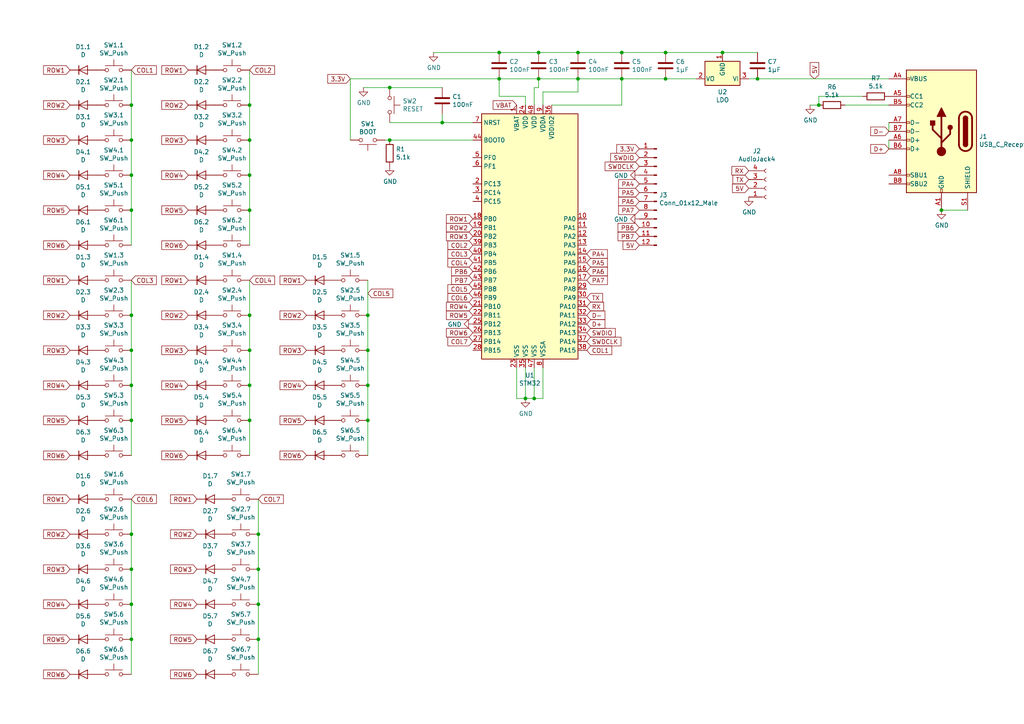
<source format=kicad_sch>
(kicad_sch (version 20211123) (generator eeschema)
  (paper "A4")
  (lib_symbols
    (symbol "left-rescue:1N4148WS-Diode" (pin_numbers hide) (pin_names (offset 1.016) hide)
      (property "Reference" "D" (at 0 2.54 0))
      (property "Value" "1N4148WS-Diode" (at 0 -2.54 0))
      (symbol "1N4148WS-Diode_1_1"
        (pin passive line (at -3.81 0 0) (length 2.54) (name "K") (number "1"))
        (pin passive line (at 3.81 0 180) (length 2.54) (name "A") (number "2"))
      )
    )
    (symbol "left-rescue:C-Device" (pin_numbers hide) (pin_names (offset 0.254))
      (property "Reference" "C" (at 0.635 2.54 0))
      (property "Value" "C-Device" (at 0.635 -2.54 0))
      (symbol "C-Device_1_1"
        (pin passive line (at 0 3.81 270) (length 2.794) (name "~") (number "1"))
        (pin passive line (at 0 -3.81 90) (length 2.794) (name "~") (number "2"))
      )
    )
    (symbol "left-rescue:Conn_01x04_Female-Connector" (pin_names (offset 1.016) hide)
      (property "Reference" "J" (at 0 5.08 0))
      (property "Value" "Conn_01x04_Female-Connector" (at 0 -7.62 0))
      (symbol "Conn_01x04_Female-Connector_1_1"
        (pin passive line (at -5.08 2.54 0) (length 3.81) (name "Pin_1") (number "1"))
        (pin passive line (at -5.08 0 0) (length 3.81) (name "Pin_2") (number "2"))
        (pin passive line (at -5.08 -2.54 0) (length 3.81) (name "Pin_3") (number "3"))
        (pin passive line (at -5.08 -5.08 0) (length 3.81) (name "Pin_4") (number "4"))
      )
    )
    (symbol "left-rescue:Conn_01x12_Male-Connector" (pin_names (offset 1.016) hide)
      (property "Reference" "J" (at 0 15.24 0))
      (property "Value" "Conn_01x12_Male-Connector" (at 0 -17.78 0))
      (symbol "Conn_01x12_Male-Connector_1_1"
        (pin passive line (at 5.08 12.7 180) (length 3.81) (name "Pin_1") (number "1"))
        (pin passive line (at 5.08 -10.16 180) (length 3.81) (name "Pin_10") (number "10"))
        (pin passive line (at 5.08 -12.7 180) (length 3.81) (name "Pin_11") (number "11"))
        (pin passive line (at 5.08 -15.24 180) (length 3.81) (name "Pin_12") (number "12"))
        (pin passive line (at 5.08 10.16 180) (length 3.81) (name "Pin_2") (number "2"))
        (pin passive line (at 5.08 7.62 180) (length 3.81) (name "Pin_3") (number "3"))
        (pin passive line (at 5.08 5.08 180) (length 3.81) (name "Pin_4") (number "4"))
        (pin passive line (at 5.08 2.54 180) (length 3.81) (name "Pin_5") (number "5"))
        (pin passive line (at 5.08 0 180) (length 3.81) (name "Pin_6") (number "6"))
        (pin passive line (at 5.08 -2.54 180) (length 3.81) (name "Pin_7") (number "7"))
        (pin passive line (at 5.08 -5.08 180) (length 3.81) (name "Pin_8") (number "8"))
        (pin passive line (at 5.08 -7.62 180) (length 3.81) (name "Pin_9") (number "9"))
      )
    )
    (symbol "left-rescue:GND-power" (power) (pin_names (offset 0))
      (property "Value" "GND-power" (at 0 -3.81 0))
      (symbol "GND-power_1_1"
        (pin power_in line (at 0 0 270) (length 0) hide (name "GND") (number "1"))
      )
    )
    (symbol "left-rescue:MCP1703A-3302_SOT23-Regulator_Linear" (pin_names (offset 0.254))
      (property "Reference" "U" (at -3.81 3.175 0))
      (property "Value" "MCP1703A-3302_SOT23-Regulator_Linear" (at 0 3.175 0))
      (symbol "MCP1703A-3302_SOT23-Regulator_Linear_1_1"
        (pin power_in line (at 0 -7.62 90) (length 2.54) (name "GND") (number "1"))
        (pin power_out line (at 7.62 0 180) (length 2.54) (name "VO") (number "2"))
        (pin power_in line (at -7.62 0 0) (length 2.54) (name "VI") (number "3"))
      )
    )
    (symbol "left-rescue:R-Device" (pin_numbers hide) (pin_names (offset 0))
      (property "Reference" "R" (at 2.032 0 90))
      (property "Value" "R-Device" (at 0 0 90))
      (symbol "R-Device_1_1"
        (pin passive line (at 0 3.81 270) (length 1.27) (name "~") (number "1"))
        (pin passive line (at 0 -3.81 90) (length 1.27) (name "~") (number "2"))
      )
    )
    (symbol "left-rescue:STM32F072CBTx-MCU_ST_STM32F0"
      (property "Reference" "U" (at -15.24 36.83 0))
      (property "Value" "STM32F072CBTx-MCU_ST_STM32F0" (at 7.62 36.83 0))
      (symbol "STM32F072CBTx-MCU_ST_STM32F0_1_1"
        (pin power_in line (at -5.08 38.1 270) (length 2.54) (name "VBAT") (number "1"))
        (pin bidirectional line (at 15.24 5.08 180) (length 2.54) (name "PA0") (number "10"))
        (pin bidirectional line (at 15.24 2.54 180) (length 2.54) (name "PA1") (number "11"))
        (pin bidirectional line (at 15.24 0 180) (length 2.54) (name "PA2") (number "12"))
        (pin bidirectional line (at 15.24 -2.54 180) (length 2.54) (name "PA3") (number "13"))
        (pin bidirectional line (at 15.24 -5.08 180) (length 2.54) (name "PA4") (number "14"))
        (pin bidirectional line (at 15.24 -7.62 180) (length 2.54) (name "PA5") (number "15"))
        (pin bidirectional line (at 15.24 -10.16 180) (length 2.54) (name "PA6") (number "16"))
        (pin bidirectional line (at 15.24 -12.7 180) (length 2.54) (name "PA7") (number "17"))
        (pin bidirectional line (at -17.78 5.08 0) (length 2.54) (name "PB0") (number "18"))
        (pin bidirectional line (at -17.78 2.54 0) (length 2.54) (name "PB1") (number "19"))
        (pin bidirectional line (at -17.78 15.24 0) (length 2.54) (name "PC13") (number "2"))
        (pin bidirectional line (at -17.78 0 0) (length 2.54) (name "PB2") (number "20"))
        (pin bidirectional line (at -17.78 -20.32 0) (length 2.54) (name "PB10") (number "21"))
        (pin bidirectional line (at -17.78 -22.86 0) (length 2.54) (name "PB11") (number "22"))
        (pin power_in line (at -5.08 -38.1 90) (length 2.54) (name "VSS") (number "23"))
        (pin power_in line (at -2.54 38.1 270) (length 2.54) (name "VDD") (number "24"))
        (pin bidirectional line (at -17.78 -25.4 0) (length 2.54) (name "PB12") (number "25"))
        (pin bidirectional line (at -17.78 -27.94 0) (length 2.54) (name "PB13") (number "26"))
        (pin bidirectional line (at -17.78 -30.48 0) (length 2.54) (name "PB14") (number "27"))
        (pin bidirectional line (at -17.78 -33.02 0) (length 2.54) (name "PB15") (number "28"))
        (pin bidirectional line (at 15.24 -15.24 180) (length 2.54) (name "PA8") (number "29"))
        (pin bidirectional line (at -17.78 12.7 0) (length 2.54) (name "PC14") (number "3"))
        (pin bidirectional line (at 15.24 -17.78 180) (length 2.54) (name "PA9") (number "30"))
        (pin bidirectional line (at 15.24 -20.32 180) (length 2.54) (name "PA10") (number "31"))
        (pin bidirectional line (at 15.24 -22.86 180) (length 2.54) (name "PA11") (number "32"))
        (pin bidirectional line (at 15.24 -25.4 180) (length 2.54) (name "PA12") (number "33"))
        (pin bidirectional line (at 15.24 -27.94 180) (length 2.54) (name "PA13") (number "34"))
        (pin power_in line (at -2.54 -38.1 90) (length 2.54) (name "VSS") (number "35"))
        (pin power_in line (at 5.08 38.1 270) (length 2.54) (name "VDDIO2") (number "36"))
        (pin bidirectional line (at 15.24 -30.48 180) (length 2.54) (name "PA14") (number "37"))
        (pin bidirectional line (at 15.24 -33.02 180) (length 2.54) (name "PA15") (number "38"))
        (pin bidirectional line (at -17.78 -2.54 0) (length 2.54) (name "PB3") (number "39"))
        (pin bidirectional line (at -17.78 10.16 0) (length 2.54) (name "PC15") (number "4"))
        (pin bidirectional line (at -17.78 -5.08 0) (length 2.54) (name "PB4") (number "40"))
        (pin bidirectional line (at -17.78 -7.62 0) (length 2.54) (name "PB5") (number "41"))
        (pin bidirectional line (at -17.78 -10.16 0) (length 2.54) (name "PB6") (number "42"))
        (pin bidirectional line (at -17.78 -12.7 0) (length 2.54) (name "PB7") (number "43"))
        (pin input line (at -17.78 27.94 0) (length 2.54) (name "BOOT0") (number "44"))
        (pin bidirectional line (at -17.78 -15.24 0) (length 2.54) (name "PB8") (number "45"))
        (pin bidirectional line (at -17.78 -17.78 0) (length 2.54) (name "PB9") (number "46"))
        (pin power_in line (at 0 -38.1 90) (length 2.54) (name "VSS") (number "47"))
        (pin power_in line (at 0 38.1 270) (length 2.54) (name "VDD") (number "48"))
        (pin input line (at -17.78 22.86 0) (length 2.54) (name "PF0") (number "5"))
        (pin input line (at -17.78 20.32 0) (length 2.54) (name "PF1") (number "6"))
        (pin input line (at -17.78 33.02 0) (length 2.54) (name "NRST") (number "7"))
        (pin power_in line (at 2.54 -38.1 90) (length 2.54) (name "VSSA") (number "8"))
        (pin power_in line (at 2.54 38.1 270) (length 2.54) (name "VDDA") (number "9"))
      )
    )
    (symbol "left-rescue:SW_Push-Switch" (pin_numbers hide) (pin_names (offset 1.016) hide)
      (property "Reference" "SW" (at 1.27 2.54 0))
      (property "Value" "SW_Push-Switch" (at 0 -1.524 0))
      (symbol "SW_Push-Switch_0_1"
        (pin passive line (at -5.08 0 0) (length 2.54) (name "1") (number "1"))
        (pin passive line (at 5.08 0 180) (length 2.54) (name "2") (number "2"))
      )
    )
    (symbol "left-rescue:USB_C_Receptacle_USB2.0-Connector" (pin_names (offset 1.016))
      (property "Reference" "J" (at -10.16 19.05 0))
      (property "Value" "USB_C_Receptacle_USB2.0-Connector" (at 19.05 19.05 0))
      (symbol "USB_C_Receptacle_USB2.0-Connector_1_1"
        (pin power_in line (at 0 -22.86 90) (length 5.08) (name "GND") (number "A1"))
        (pin passive line (at 0 -22.86 90) (length 5.08) hide (name "GND") (number "A12"))
        (pin power_in line (at 15.24 15.24 180) (length 5.08) (name "VBUS") (number "A4"))
        (pin bidirectional line (at 15.24 10.16 180) (length 5.08) (name "CC1") (number "A5"))
        (pin bidirectional line (at 15.24 -2.54 180) (length 5.08) (name "D+") (number "A6"))
        (pin bidirectional line (at 15.24 2.54 180) (length 5.08) (name "D-") (number "A7"))
        (pin bidirectional line (at 15.24 -12.7 180) (length 5.08) (name "SBU1") (number "A8"))
        (pin passive line (at 15.24 15.24 180) (length 5.08) hide (name "VBUS") (number "A9"))
        (pin passive line (at 0 -22.86 90) (length 5.08) hide (name "GND") (number "B1"))
        (pin passive line (at 0 -22.86 90) (length 5.08) hide (name "GND") (number "B12"))
        (pin passive line (at 15.24 15.24 180) (length 5.08) hide (name "VBUS") (number "B4"))
        (pin bidirectional line (at 15.24 7.62 180) (length 5.08) (name "CC2") (number "B5"))
        (pin bidirectional line (at 15.24 -5.08 180) (length 5.08) (name "D+") (number "B6"))
        (pin bidirectional line (at 15.24 0 180) (length 5.08) (name "D-") (number "B7"))
        (pin bidirectional line (at 15.24 -15.24 180) (length 5.08) (name "SBU2") (number "B8"))
        (pin passive line (at 15.24 15.24 180) (length 5.08) hide (name "VBUS") (number "B9"))
        (pin passive line (at -7.62 -22.86 90) (length 5.08) (name "SHIELD") (number "S1"))
      )
    )
  )
  (junction (at 38.1 91.44))
  (junction (at 106.68 91.44))
  (junction (at 72.39 111.76))
  (junction (at 167.64 15.24) (diameter 0.9144))
  (junction (at 156.21 22.86) (diameter 0.9144))
  (junction (at 209.55 15.24) (diameter 0.9144))
  (junction (at 38.1 30.48) (diameter 0.9144))
  (junction (at 156.21 15.24) (diameter 0.9144))
  (junction (at 74.93 165.1))
  (junction (at 144.78 15.24) (diameter 0.9144))
  (junction (at 144.78 22.86) (diameter 0.9144))
  (junction (at 180.34 15.24) (diameter 0.9144))
  (junction (at 152.4 115.57) (diameter 0.9144))
  (junction (at 180.34 22.86) (diameter 0.9144))
  (junction (at 74.93 185.42))
  (junction (at 72.39 40.64))
  (junction (at 72.39 101.6))
  (junction (at 106.68 121.92))
  (junction (at 38.1 154.94))
  (junction (at 193.04 22.86) (diameter 0.9144))
  (junction (at 74.93 175.26))
  (junction (at 38.1 60.96) (diameter 0.9144))
  (junction (at 38.1 121.92))
  (junction (at 106.68 101.6))
  (junction (at 106.68 111.76))
  (junction (at 193.04 15.24) (diameter 0.9144))
  (junction (at 72.39 50.8))
  (junction (at 72.39 121.92))
  (junction (at 38.1 111.76))
  (junction (at 38.1 40.64) (diameter 0.9144))
  (junction (at 113.03 25.4) (diameter 0.9144))
  (junction (at 38.1 185.42))
  (junction (at 154.94 115.57) (diameter 0.9144))
  (junction (at 72.39 30.48))
  (junction (at 237.49 30.48) (diameter 0.9144))
  (junction (at 38.1 101.6))
  (junction (at 72.39 91.44))
  (junction (at 38.1 175.26))
  (junction (at 74.93 154.94))
  (junction (at 72.39 60.96))
  (junction (at 128.27 35.56) (diameter 0.9144))
  (junction (at 167.64 22.86) (diameter 0.9144))
  (junction (at 273.05 60.96) (diameter 0.9144))
  (junction (at 38.1 165.1))
  (junction (at 219.71 22.86) (diameter 0.9144))
  (junction (at 113.03 40.64) (diameter 0.9144))
  (junction (at 38.1 50.8) (diameter 0.9144))
  (wire (pts (xy 113.03 25.4) (xy 105.41 25.4)))
  (wire (pts (xy 237.49 27.94) (xy 237.49 30.48)))
  (wire (pts (xy 245.11 30.48) (xy 257.81 30.48)))
  (wire (pts (xy 157.48 115.57) (xy 154.94 115.57)))
  (wire (pts (xy 144.78 22.86) (xy 156.21 22.86)))
  (wire (pts (xy 152.4 106.68) (xy 152.4 115.57)))
  (wire (pts (xy 193.04 22.86) (xy 201.93 22.86)))
  (wire (pts (xy 113.03 40.64) (xy 137.16 40.64)))
  (wire (pts (xy 144.78 27.94) (xy 144.78 22.86)))
  (wire (pts (xy 38.1 165.1) (xy 38.1 175.26)))
  (wire (pts (xy 101.6 22.86) (xy 144.78 22.86)))
  (wire (pts (xy 137.16 35.56) (xy 128.27 35.56)))
  (wire (pts (xy 167.64 26.67) (xy 157.48 26.67)))
  (wire (pts (xy 38.1 185.42) (xy 38.1 195.58)))
  (wire (pts (xy 234.95 30.48) (xy 237.49 30.48)))
  (wire (pts (xy 111.76 40.64) (xy 113.03 40.64)))
  (wire (pts (xy 72.39 111.76) (xy 72.39 121.92)))
  (wire (pts (xy 113.03 25.4) (xy 128.27 25.4)))
  (wire (pts (xy 149.86 115.57) (xy 152.4 115.57)))
  (wire (pts (xy 154.94 115.57) (xy 152.4 115.57)))
  (wire (pts (xy 38.1 81.28) (xy 38.1 91.44)))
  (wire (pts (xy 38.1 154.94) (xy 38.1 165.1)))
  (wire (pts (xy 156.21 15.24) (xy 167.64 15.24)))
  (wire (pts (xy 72.39 30.48) (xy 72.39 40.64)))
  (wire (pts (xy 38.1 60.96) (xy 38.1 71.12)))
  (wire (pts (xy 72.39 101.6) (xy 72.39 111.76)))
  (wire (pts (xy 219.71 15.24) (xy 209.55 15.24)))
  (wire (pts (xy 72.39 81.28) (xy 72.39 91.44)))
  (wire (pts (xy 167.64 22.86) (xy 180.34 22.86)))
  (wire (pts (xy 74.93 175.26) (xy 74.93 185.42)))
  (wire (pts (xy 250.19 27.94) (xy 237.49 27.94)))
  (wire (pts (xy 167.64 15.24) (xy 180.34 15.24)))
  (wire (pts (xy 38.1 50.8) (xy 38.1 60.96)))
  (wire (pts (xy 106.68 91.44) (xy 106.68 101.6)))
  (wire (pts (xy 38.1 40.64) (xy 38.1 50.8)))
  (wire (pts (xy 257.81 35.56) (xy 257.81 38.1)))
  (wire (pts (xy 154.94 106.68) (xy 154.94 115.57)))
  (wire (pts (xy 38.1 175.26) (xy 38.1 185.42)))
  (wire (pts (xy 72.39 91.44) (xy 72.39 101.6)))
  (wire (pts (xy 74.93 185.42) (xy 74.93 195.58)))
  (wire (pts (xy 72.39 50.8) (xy 72.39 60.96)))
  (wire (pts (xy 167.64 22.86) (xy 167.64 26.67)))
  (wire (pts (xy 280.67 60.96) (xy 273.05 60.96)))
  (wire (pts (xy 72.39 60.96) (xy 72.39 71.12)))
  (wire (pts (xy 257.81 22.86) (xy 219.71 22.86)))
  (wire (pts (xy 257.81 40.64) (xy 257.81 43.18)))
  (wire (pts (xy 38.1 144.78) (xy 38.1 154.94)))
  (wire (pts (xy 157.48 106.68) (xy 157.48 115.57)))
  (wire (pts (xy 154.94 30.48) (xy 154.94 25.4)))
  (wire (pts (xy 38.1 111.76) (xy 38.1 121.92)))
  (wire (pts (xy 106.68 111.76) (xy 106.68 121.92)))
  (wire (pts (xy 38.1 101.6) (xy 38.1 111.76)))
  (wire (pts (xy 38.1 91.44) (xy 38.1 101.6)))
  (wire (pts (xy 38.1 121.92) (xy 38.1 132.08)))
  (wire (pts (xy 180.34 30.48) (xy 180.34 22.86)))
  (wire (pts (xy 157.48 26.67) (xy 157.48 30.48)))
  (wire (pts (xy 152.4 27.94) (xy 144.78 27.94)))
  (wire (pts (xy 106.68 121.92) (xy 106.68 132.08)))
  (wire (pts (xy 72.39 40.64) (xy 72.39 50.8)))
  (wire (pts (xy 160.02 30.48) (xy 180.34 30.48)))
  (wire (pts (xy 113.03 35.56) (xy 128.27 35.56)))
  (wire (pts (xy 149.86 106.68) (xy 149.86 115.57)))
  (wire (pts (xy 152.4 30.48) (xy 152.4 27.94)))
  (wire (pts (xy 180.34 22.86) (xy 193.04 22.86)))
  (wire (pts (xy 74.93 154.94) (xy 74.93 165.1)))
  (wire (pts (xy 144.78 15.24) (xy 156.21 15.24)))
  (wire (pts (xy 101.6 40.64) (xy 101.6 22.86)))
  (wire (pts (xy 193.04 15.24) (xy 209.55 15.24)))
  (wire (pts (xy 72.39 121.92) (xy 72.39 132.08)))
  (wire (pts (xy 106.68 81.28) (xy 106.68 91.44)))
  (wire (pts (xy 154.94 25.4) (xy 156.21 25.4)))
  (wire (pts (xy 180.34 15.24) (xy 193.04 15.24)))
  (wire (pts (xy 38.1 20.32) (xy 38.1 30.48)))
  (wire (pts (xy 219.71 22.86) (xy 217.17 22.86)))
  (wire (pts (xy 128.27 35.56) (xy 128.27 33.02)))
  (wire (pts (xy 156.21 22.86) (xy 167.64 22.86)))
  (wire (pts (xy 125.73 15.24) (xy 144.78 15.24)))
  (wire (pts (xy 156.21 25.4) (xy 156.21 22.86)))
  (wire (pts (xy 106.68 101.6) (xy 106.68 111.76)))
  (wire (pts (xy 74.93 165.1) (xy 74.93 175.26)))
  (wire (pts (xy 74.93 144.78) (xy 74.93 154.94)))
  (wire (pts (xy 38.1 30.48) (xy 38.1 40.64)))
  (wire (pts (xy 72.39 20.32) (xy 72.39 30.48)))
  (global_label "PB6" (shape input) (at 137.16 78.74 180) (property "Intersheet References" "${INTERSHEET_REFS}" (effects hide)))
  (global_label "PA6" (shape input) (at 185.42 58.42 180) (property "Intersheet References" "${INTERSHEET_REFS}" (effects hide)))
  (global_label "ROW2" (shape input) (at 57.15 154.94 180) (property "Intersheet References" "${INTERSHEET_REFS}" (effects hide)))
  (global_label "ROW1" (shape input) (at 57.15 144.78 180) (property "Intersheet References" "${INTERSHEET_REFS}" (effects hide)))
  (global_label "PB6" (shape input) (at 185.42 66.04 180) (property "Intersheet References" "${INTERSHEET_REFS}" (effects hide)))
  (global_label "COL7" (shape input) (at 74.93 144.78 0) (property "Intersheet References" "${INTERSHEET_REFS}" (effects hide)))
  (global_label "ROW5" (shape input) (at 20.32 121.92 180) (property "Intersheet References" "${INTERSHEET_REFS}" (effects hide)))
  (global_label "RX" (shape input) (at 217.17 49.53 180) (property "Intersheet References" "${INTERSHEET_REFS}" (effects hide)))
  (global_label "ROW2" (shape input) (at 20.32 154.94 180) (property "Intersheet References" "${INTERSHEET_REFS}" (effects hide)))
  (global_label "ROW2" (shape input) (at 88.9 91.44 180) (property "Intersheet References" "${INTERSHEET_REFS}" (effects hide)))
  (global_label "5V" (shape input) (at 236.22 22.86 90) (property "Intersheet References" "${INTERSHEET_REFS}" (effects hide)))
  (global_label "ROW6" (shape input) (at 88.9 132.08 180) (property "Intersheet References" "${INTERSHEET_REFS}" (effects hide)))
  (global_label "ROW1" (shape input) (at 54.61 81.28 180) (property "Intersheet References" "${INTERSHEET_REFS}" (effects hide)))
  (global_label "5V" (shape input) (at 185.42 71.12 180) (property "Intersheet References" "${INTERSHEET_REFS}" (effects hide)))
  (global_label "ROW3" (shape input) (at 20.32 165.1 180) (property "Intersheet References" "${INTERSHEET_REFS}" (effects hide)))
  (global_label "ROW4" (shape input) (at 20.32 175.26 180) (property "Intersheet References" "${INTERSHEET_REFS}" (effects hide)))
  (global_label "ROW3" (shape input) (at 54.61 40.64 180) (property "Intersheet References" "${INTERSHEET_REFS}" (effects hide)))
  (global_label "SWDCLK" (shape input) (at 170.18 99.06 0) (property "Intersheet References" "${INTERSHEET_REFS}" (effects hide)))
  (global_label "PA7" (shape input) (at 185.42 60.96 180) (property "Intersheet References" "${INTERSHEET_REFS}" (effects hide)))
  (global_label "PB7" (shape input) (at 137.16 81.28 180) (property "Intersheet References" "${INTERSHEET_REFS}" (effects hide)))
  (global_label "ROW5" (shape input) (at 54.61 60.96 180) (property "Intersheet References" "${INTERSHEET_REFS}" (effects hide)))
  (global_label "ROW1" (shape input) (at 54.61 20.32 180) (property "Intersheet References" "${INTERSHEET_REFS}" (effects hide)))
  (global_label "ROW6" (shape input) (at 20.32 132.08 180) (property "Intersheet References" "${INTERSHEET_REFS}" (effects hide)))
  (global_label "COL1" (shape input) (at 38.1 20.32 0) (property "Intersheet References" "${INTERSHEET_REFS}" (effects hide)))
  (global_label "PA5" (shape input) (at 185.42 55.88 180) (property "Intersheet References" "${INTERSHEET_REFS}" (effects hide)))
  (global_label "ROW5" (shape input) (at 57.15 185.42 180) (property "Intersheet References" "${INTERSHEET_REFS}" (effects hide)))
  (global_label "ROW4" (shape input) (at 20.32 111.76 180) (property "Intersheet References" "${INTERSHEET_REFS}" (effects hide)))
  (global_label "ROW4" (shape input) (at 54.61 50.8 180) (property "Intersheet References" "${INTERSHEET_REFS}" (effects hide)))
  (global_label "ROW4" (shape input) (at 57.15 175.26 180) (property "Intersheet References" "${INTERSHEET_REFS}" (effects hide)))
  (global_label "TX" (shape input) (at 170.18 86.36 0) (property "Intersheet References" "${INTERSHEET_REFS}" (effects hide)))
  (global_label "D-" (shape input) (at 257.81 38.1 180) (property "Intersheet References" "${INTERSHEET_REFS}" (effects hide)))
  (global_label "ROW1" (shape input) (at 20.32 144.78 180) (property "Intersheet References" "${INTERSHEET_REFS}" (effects hide)))
  (global_label "COL7" (shape input) (at 137.16 99.06 180) (property "Intersheet References" "${INTERSHEET_REFS}" (effects hide)))
  (global_label "SWDIO" (shape input) (at 170.18 96.52 0) (property "Intersheet References" "${INTERSHEET_REFS}" (effects hide)))
  (global_label "ROW6" (shape input) (at 20.32 71.12 180) (property "Intersheet References" "${INTERSHEET_REFS}" (effects hide)))
  (global_label "ROW4" (shape input) (at 137.16 88.9 180) (property "Intersheet References" "${INTERSHEET_REFS}" (effects hide)))
  (global_label "ROW4" (shape input) (at 54.61 111.76 180) (property "Intersheet References" "${INTERSHEET_REFS}" (effects hide)))
  (global_label "ROW1" (shape input) (at 20.32 20.32 180) (property "Intersheet References" "${INTERSHEET_REFS}" (effects hide)))
  (global_label "5V" (shape input) (at 217.17 54.61 180) (property "Intersheet References" "${INTERSHEET_REFS}" (effects hide)))
  (global_label "COL4" (shape input) (at 72.39 81.28 0) (property "Intersheet References" "${INTERSHEET_REFS}" (effects hide)))
  (global_label "ROW5" (shape input) (at 54.61 121.92 180) (property "Intersheet References" "${INTERSHEET_REFS}" (effects hide)))
  (global_label "ROW3" (shape input) (at 54.61 101.6 180) (property "Intersheet References" "${INTERSHEET_REFS}" (effects hide)))
  (global_label "D+" (shape input) (at 257.81 43.18 180) (property "Intersheet References" "${INTERSHEET_REFS}" (effects hide)))
  (global_label "PA4" (shape input) (at 185.42 53.34 180) (property "Intersheet References" "${INTERSHEET_REFS}" (effects hide)))
  (global_label "ROW6" (shape input) (at 54.61 132.08 180) (property "Intersheet References" "${INTERSHEET_REFS}" (effects hide)))
  (global_label "COL5" (shape input) (at 137.16 83.82 180) (property "Intersheet References" "${INTERSHEET_REFS}" (effects hide)))
  (global_label "ROW2" (shape input) (at 20.32 30.48 180) (property "Intersheet References" "${INTERSHEET_REFS}" (effects hide)))
  (global_label "ROW5" (shape input) (at 137.16 91.44 180) (property "Intersheet References" "${INTERSHEET_REFS}" (effects hide)))
  (global_label "ROW1" (shape input) (at 88.9 81.28 180) (property "Intersheet References" "${INTERSHEET_REFS}" (effects hide)))
  (global_label "PB7" (shape input) (at 185.42 68.58 180) (property "Intersheet References" "${INTERSHEET_REFS}" (effects hide)))
  (global_label "ROW6" (shape input) (at 20.32 195.58 180) (property "Intersheet References" "${INTERSHEET_REFS}" (effects hide)))
  (global_label "PA4" (shape input) (at 170.18 73.66 0) (property "Intersheet References" "${INTERSHEET_REFS}" (effects hide)))
  (global_label "COL1" (shape input) (at 170.18 101.6 0) (property "Intersheet References" "${INTERSHEET_REFS}" (effects hide)))
  (global_label "ROW5" (shape input) (at 20.32 60.96 180) (property "Intersheet References" "${INTERSHEET_REFS}" (effects hide)))
  (global_label "VBAT" (shape input) (at 149.86 30.48 180) (property "Intersheet References" "${INTERSHEET_REFS}" (effects hide)))
  (global_label "ROW5" (shape input) (at 20.32 185.42 180) (property "Intersheet References" "${INTERSHEET_REFS}" (effects hide)))
  (global_label "ROW2" (shape input) (at 54.61 91.44 180) (property "Intersheet References" "${INTERSHEET_REFS}" (effects hide)))
  (global_label "3.3V" (shape input) (at 185.42 43.18 180) (property "Intersheet References" "${INTERSHEET_REFS}" (effects hide)))
  (global_label "ROW1" (shape input) (at 137.16 63.5 180) (property "Intersheet References" "${INTERSHEET_REFS}" (effects hide)))
  (global_label "ROW3" (shape input) (at 88.9 101.6 180) (property "Intersheet References" "${INTERSHEET_REFS}" (effects hide)))
  (global_label "ROW3" (shape input) (at 20.32 40.64 180) (property "Intersheet References" "${INTERSHEET_REFS}" (effects hide)))
  (global_label "COL4" (shape input) (at 137.16 76.2 180) (property "Intersheet References" "${INTERSHEET_REFS}" (effects hide)))
  (global_label "PA6" (shape input) (at 170.18 78.74 0) (property "Intersheet References" "${INTERSHEET_REFS}" (effects hide)))
  (global_label "ROW6" (shape input) (at 57.15 195.58 180) (property "Intersheet References" "${INTERSHEET_REFS}" (effects hide)))
  (global_label "ROW3" (shape input) (at 137.16 68.58 180) (property "Intersheet References" "${INTERSHEET_REFS}" (effects hide)))
  (global_label "SWDCLK" (shape input) (at 185.42 48.26 180) (property "Intersheet References" "${INTERSHEET_REFS}" (effects hide)))
  (global_label "ROW4" (shape input) (at 88.9 111.76 180) (property "Intersheet References" "${INTERSHEET_REFS}" (effects hide)))
  (global_label "COL6" (shape input) (at 137.16 86.36 180) (property "Intersheet References" "${INTERSHEET_REFS}" (effects hide)))
  (global_label "COL5" (shape input) (at 106.68 85.09 0) (property "Intersheet References" "${INTERSHEET_REFS}" (effects hide)))
  (global_label "ROW4" (shape input) (at 20.32 50.8 180) (property "Intersheet References" "${INTERSHEET_REFS}" (effects hide)))
  (global_label "TX" (shape input) (at 217.17 52.07 180) (property "Intersheet References" "${INTERSHEET_REFS}" (effects hide)))
  (global_label "ROW3" (shape input) (at 20.32 101.6 180) (property "Intersheet References" "${INTERSHEET_REFS}" (effects hide)))
  (global_label "ROW3" (shape input) (at 57.15 165.1 180) (property "Intersheet References" "${INTERSHEET_REFS}" (effects hide)))
  (global_label "COL3" (shape input) (at 137.16 73.66 180) (property "Intersheet References" "${INTERSHEET_REFS}" (effects hide)))
  (global_label "D-" (shape input) (at 170.18 91.44 0) (property "Intersheet References" "${INTERSHEET_REFS}" (effects hide)))
  (global_label "COL3" (shape input) (at 38.1 81.28 0) (property "Intersheet References" "${INTERSHEET_REFS}" (effects hide)))
  (global_label "COL2" (shape input) (at 72.39 20.32 0) (property "Intersheet References" "${INTERSHEET_REFS}" (effects hide)))
  (global_label "COL2" (shape input) (at 137.16 71.12 180) (property "Intersheet References" "${INTERSHEET_REFS}" (effects hide)))
  (global_label "SWDIO" (shape input) (at 185.42 45.72 180) (property "Intersheet References" "${INTERSHEET_REFS}" (effects hide)))
  (global_label "ROW2" (shape input) (at 137.16 66.04 180) (property "Intersheet References" "${INTERSHEET_REFS}" (effects hide)))
  (global_label "ROW6" (shape input) (at 54.61 71.12 180) (property "Intersheet References" "${INTERSHEET_REFS}" (effects hide)))
  (global_label "ROW2" (shape input) (at 54.61 30.48 180) (property "Intersheet References" "${INTERSHEET_REFS}" (effects hide)))
  (global_label "COL6" (shape input) (at 38.1 144.78 0) (property "Intersheet References" "${INTERSHEET_REFS}" (effects hide)))
  (global_label "PA7" (shape input) (at 170.18 81.28 0) (property "Intersheet References" "${INTERSHEET_REFS}" (effects hide)))
  (global_label "3.3V" (shape input) (at 101.6 22.86 180) (property "Intersheet References" "${INTERSHEET_REFS}" (effects hide)))
  (global_label "ROW2" (shape input) (at 20.32 91.44 180) (property "Intersheet References" "${INTERSHEET_REFS}" (effects hide)))
  (global_label "ROW5" (shape input) (at 88.9 121.92 180) (property "Intersheet References" "${INTERSHEET_REFS}" (effects hide)))
  (global_label "PA5" (shape input) (at 170.18 76.2 0) (property "Intersheet References" "${INTERSHEET_REFS}" (effects hide)))
  (global_label "ROW1" (shape input) (at 20.32 81.28 180) (property "Intersheet References" "${INTERSHEET_REFS}" (effects hide)))
  (global_label "ROW6" (shape input) (at 137.16 96.52 180) (property "Intersheet References" "${INTERSHEET_REFS}" (effects hide)))
  (global_label "D+" (shape input) (at 170.18 93.98 0) (property "Intersheet References" "${INTERSHEET_REFS}" (effects hide)))
  (global_label "RX" (shape input) (at 170.18 88.9 0) (property "Intersheet References" "${INTERSHEET_REFS}" (effects hide)))
  (symbol (lib_id "left-rescue:STM32F072CBTx-MCU_ST_STM32F0") (at 154.94 68.58 0) (unit 1)
    (property "Reference" "U1" (at 153.67 108.8644 0))
    (property "Value" "STM32" (at 153.67 111.1758 0))
    (property "Footprint" "Package_QFP:LQFP-48_7x7mm_P0.5mm" (effects hide))
    (property "Datasheet" "http://www.st.com/st-web-ui/static/active/en/resource/technical/document/datasheet/DM00090510.pdf" (effects hide))
  )
  (symbol (lib_id "left-rescue:C-Device") (at 144.78 19.05 0) (unit 1)
    (property "Reference" "C2" (at 147.701 17.8816 0) (effects (justify left)))
    (property "Value" "100nF" (at 147.701 20.193 0) (effects (justify left)))
    (property "Footprint" "Capacitor_SMD:C_0805_2012Metric_Pad1.18x1.45mm_HandSolder" (effects hide))
  )
  (symbol (lib_id "left-rescue:C-Device") (at 156.21 19.05 0) (unit 1)
    (property "Reference" "C3" (at 159.131 17.8816 0) (effects (justify left)))
    (property "Value" "100nF" (at 159.131 20.193 0) (effects (justify left)))
    (property "Footprint" "Capacitor_SMD:C_0805_2012Metric_Pad1.18x1.45mm_HandSolder" (effects hide))
  )
  (symbol (lib_id "left-rescue:C-Device") (at 167.64 19.05 0) (unit 1)
    (property "Reference" "C4" (at 170.561 17.8816 0) (effects (justify left)))
    (property "Value" "100nF" (at 170.561 20.193 0) (effects (justify left)))
    (property "Footprint" "Capacitor_SMD:C_0805_2012Metric_Pad1.18x1.45mm_HandSolder" (effects hide))
  )
  (symbol (lib_id "left-rescue:C-Device") (at 180.34 19.05 0) (unit 1)
    (property "Reference" "C5" (at 183.261 17.8816 0) (effects (justify left)))
    (property "Value" "100nF" (at 183.261 20.193 0) (effects (justify left)))
    (property "Footprint" "Capacitor_SMD:C_0805_2012Metric_Pad1.18x1.45mm_HandSolder" (effects hide))
  )
  (symbol (lib_id "left-rescue:C-Device") (at 219.71 19.05 0) (unit 1)
    (property "Reference" "C7" (at 222.631 17.8816 0) (effects (justify left)))
    (property "Value" "1µF" (at 222.631 20.193 0) (effects (justify left)))
    (property "Footprint" "Capacitor_SMD:C_0805_2012Metric_Pad1.18x1.45mm_HandSolder" (effects hide))
  )
  (symbol (lib_id "left-rescue:GND-power") (at 152.4 115.57 0) (unit 1)
    (property "Reference" "#PWR0101" (effects hide))
    (property "Value" "GND" (at 152.527 119.9642 0))
  )
  (symbol (lib_id "left-rescue:GND-power") (at 125.73 15.24 0) (unit 1)
    (property "Reference" "#PWR0102" (effects hide))
    (property "Value" "GND" (at 125.857 19.6342 0))
  )
  (symbol (lib_id "left-rescue:C-Device") (at 128.27 29.21 0) (unit 1)
    (property "Reference" "C1" (at 131.191 28.0416 0) (effects (justify left)))
    (property "Value" "100nF" (at 131.191 30.353 0) (effects (justify left)))
    (property "Footprint" "Capacitor_SMD:C_0805_2012Metric_Pad1.18x1.45mm_HandSolder" (effects hide))
  )
  (symbol (lib_id "left-rescue:SW_Push-Switch") (at 113.03 30.48 270) (unit 1)
    (property "Reference" "SW2" (at 116.7892 29.3116 90) (effects (justify left)))
    (property "Value" "RESET" (at 116.7892 31.623 90) (effects (justify left)))
    (property "Footprint" "Button_Switch_SMD:SW_SPST_CK_RS282G05A3" (effects hide))
  )
  (symbol (lib_id "left-rescue:GND-power") (at 105.41 25.4 0) (unit 1)
    (property "Reference" "#PWR0103" (effects hide))
    (property "Value" "GND" (at 105.537 29.7942 0))
  )
  (symbol (lib_id "left-rescue:SW_Push-Switch") (at 106.68 40.64 180) (unit 1)
    (property "Reference" "SW1" (at 106.68 35.941 0))
    (property "Value" "BOOT" (at 106.68 38.2524 0))
    (property "Footprint" "Button_Switch_SMD:SW_SPST_CK_RS282G05A3" (effects hide))
  )
  (symbol (lib_id "left-rescue:R-Device") (at 113.03 44.45 0) (unit 1)
    (property "Reference" "R1" (at 114.808 43.2816 0) (effects (justify left)))
    (property "Value" "5.1k" (at 114.808 45.593 0) (effects (justify left)))
    (property "Footprint" "Resistor_SMD:R_0805_2012Metric_Pad1.20x1.40mm_HandSolder" (effects hide))
  )
  (symbol (lib_id "left-rescue:GND-power") (at 113.03 48.26 0) (unit 1)
    (property "Reference" "#PWR0104" (effects hide))
    (property "Value" "GND" (at 113.157 52.6542 0))
  )
  (symbol (lib_id "left-rescue:MCP1703A-3302_SOT23-Regulator_Linear") (at 209.55 22.86 180) (unit 1)
    (property "Reference" "U2" (at 209.55 26.67 0))
    (property "Value" "LDO" (at 209.55 28.9814 0))
    (property "Footprint" "Package_TO_SOT_SMD:SOT-23" (effects hide))
    (property "Datasheet" "http://www.ti.com/lit/ds/symlink/lm3480.pdf" (effects hide))
  )
  (symbol (lib_id "left-rescue:GND-power") (at 273.05 60.96 0) (unit 1)
    (property "Reference" "#PWR0105" (effects hide))
    (property "Value" "GND" (at 273.177 65.3542 0))
  )
  (symbol (lib_id "left-rescue:R-Device") (at 254 27.94 270) (unit 1)
    (property "Reference" "R7" (at 254 22.6822 90))
    (property "Value" "5.1k" (at 254 24.9936 90))
    (property "Footprint" "Resistor_SMD:R_0805_2012Metric_Pad1.20x1.40mm_HandSolder" (effects hide))
  )
  (symbol (lib_id "left-rescue:R-Device") (at 241.3 30.48 270) (mirror x) (unit 1)
    (property "Reference" "R6" (at 241.3 25.2222 90))
    (property "Value" "5.1k" (at 241.3 27.5336 90))
    (property "Footprint" "Resistor_SMD:R_0805_2012Metric_Pad1.20x1.40mm_HandSolder" (effects hide))
  )
  (symbol (lib_id "left-rescue:GND-power") (at 234.95 30.48 0) (unit 1)
    (property "Reference" "#PWR0106" (effects hide))
    (property "Value" "GND" (at 235.077 34.8742 0))
  )
  (symbol (lib_id "left-rescue:C-Device") (at 193.04 19.05 0) (unit 1)
    (property "Reference" "C6" (at 195.961 17.8816 0) (effects (justify left)))
    (property "Value" "1µF" (at 195.961 20.193 0) (effects (justify left)))
    (property "Footprint" "Capacitor_SMD:C_0805_2012Metric_Pad1.18x1.45mm_HandSolder" (effects hide))
  )
  (symbol (lib_id "left-rescue:USB_C_Receptacle_USB2.0-Connector") (at 273.05 38.1 0) (mirror y) (unit 1)
    (property "Reference" "J1" (at 283.972 39.5986 0) (effects (justify right)))
    (property "Value" "USB_C_Receptacle_USB2.0" (at 283.972 41.91 0) (effects (justify right)))
    (property "Footprint" "Connector_USB:USB_C_Receptacle_HRO_TYPE-C-31-M-12" (effects hide))
    (property "Datasheet" "https://www.usb.org/sites/default/files/documents/usb_type-c.zip" (effects hide))
  )
  (symbol (lib_id "left-rescue:GND-power") (at 217.17 57.15 0) (unit 1)
    (property "Reference" "#PWR0107" (effects hide))
    (property "Value" "GND" (at 217.297 61.5442 0))
  )
  (symbol (lib_id "left-rescue:Conn_01x04_Female-Connector") (at 222.25 54.61 0) (mirror x) (unit 1)
    (property "Reference" "J2" (at 219.5322 43.815 0))
    (property "Value" "AudioJack4" (at 219.5322 46.1264 0))
    (property "Footprint" "keebio:TRRS-PJ-320A-no-Fmask" (effects hide))
  )
  (symbol (lib_id "left-rescue:GND-power") (at 185.42 50.8 270) (unit 1)
    (property "Reference" "#PWR0108" (effects hide))
    (property "Value" "GND" (at 182.1688 50.927 90) (effects (justify right)))
  )
  (symbol (lib_id "left-rescue:Conn_01x12_Male-Connector") (at 190.5 55.88 0) (mirror y) (unit 1)
    (property "Reference" "J3" (at 191.1858 56.5658 0) (effects (justify right)))
    (property "Value" "Conn_01x12_Male" (at 191.1858 58.8772 0) (effects (justify right)))
    (property "Footprint" "Connector_Harwin:Harwin_M20-89012xx_1x12_P2.54mm_Horizontal" (effects hide))
  )
  (symbol (lib_id "left-rescue:GND-power") (at 185.42 63.5 270) (unit 1)
    (property "Reference" "#PWR0109" (effects hide))
    (property "Value" "GND" (at 182.1688 63.627 90) (effects (justify right)))
  )
  (symbol (lib_id "left-rescue:GND-power") (at 137.16 93.98 270) (unit 1)
    (property "Reference" "#PWR0110" (effects hide))
    (property "Value" "GND" (at 133.9088 94.107 90) (effects (justify right)))
  )
  (symbol (lib_id "left-rescue:1N4148WS-Diode") (at 58.42 91.44 0) (unit 1)
    (property "Reference" "D2.4" (at 58.42 84.709 0))
    (property "Value" "D" (at 58.42 87.0204 0))
    (property "Footprint" "Diode_SMD:D_SOD-323_HandSoldering" (effects hide))
  )
  (symbol (lib_id "left-rescue:1N4148WS-Diode") (at 24.13 20.32 0) (unit 1)
    (property "Reference" "D1.1" (at 24.13 13.589 0))
    (property "Value" "D" (at 24.13 15.9004 0))
    (property "Footprint" "Diode_SMD:D_SOD-323_HandSoldering" (effects hide))
  )
  (symbol (lib_id "left-rescue:1N4148WS-Diode") (at 92.71 81.28 0) (unit 1)
    (property "Reference" "D1.5" (at 92.71 74.549 0))
    (property "Value" "D" (at 92.71 76.8604 0))
    (property "Footprint" "Diode_SMD:D_SOD-323_HandSoldering" (effects hide))
  )
  (symbol (lib_id "left-rescue:SW_Push-Switch") (at 67.31 101.6 0) (unit 1)
    (property "Reference" "SW3.4" (at 67.31 94.361 0))
    (property "Value" "SW_Push" (at 67.31 96.6724 0))
    (property "Footprint" "custom:CherryMX_Choc_1u" (effects hide))
  )
  (symbol (lib_id "left-rescue:SW_Push-Switch") (at 33.02 20.32 0) (unit 1)
    (property "Reference" "SW1.1" (at 33.02 13.081 0))
    (property "Value" "SW_Push" (at 33.02 15.3924 0))
    (property "Footprint" "custom:CherryMX_Choc_1u" (effects hide))
  )
  (symbol (lib_id "left-rescue:1N4148WS-Diode") (at 24.13 195.58 0) (unit 1)
    (property "Reference" "D6.6" (at 24.13 188.849 0))
    (property "Value" "D" (at 24.13 191.1604 0))
    (property "Footprint" "Diode_SMD:D_SOD-323_HandSoldering" (effects hide))
  )
  (symbol (lib_id "left-rescue:SW_Push-Switch") (at 101.6 111.76 0) (unit 1)
    (property "Reference" "SW4.5" (at 101.6 104.521 0))
    (property "Value" "SW_Push" (at 101.6 106.8324 0))
    (property "Footprint" "custom:CherryMX_Choc_1u" (effects hide))
  )
  (symbol (lib_id "left-rescue:SW_Push-Switch") (at 33.02 144.78 0) (unit 1)
    (property "Reference" "SW1.6" (at 33.02 137.541 0))
    (property "Value" "SW_Push" (at 33.02 139.8524 0))
    (property "Footprint" "custom:CherryMX_Choc_1u" (effects hide))
  )
  (symbol (lib_id "left-rescue:1N4148WS-Diode") (at 60.96 185.42 0) (unit 1)
    (property "Reference" "D5.7" (at 60.96 178.689 0))
    (property "Value" "D" (at 60.96 181.0004 0))
    (property "Footprint" "Diode_SMD:D_SOD-323_HandSoldering" (effects hide))
  )
  (symbol (lib_id "left-rescue:SW_Push-Switch") (at 67.31 111.76 0) (unit 1)
    (property "Reference" "SW4.4" (at 67.31 104.521 0))
    (property "Value" "SW_Push" (at 67.31 106.8324 0))
    (property "Footprint" "custom:CherryMX_Choc_1u" (effects hide))
  )
  (symbol (lib_id "left-rescue:1N4148WS-Diode") (at 58.42 50.8 0) (unit 1)
    (property "Reference" "D4.2" (at 58.42 44.069 0))
    (property "Value" "D" (at 58.42 46.3804 0))
    (property "Footprint" "Diode_SMD:D_SOD-323_HandSoldering" (effects hide))
  )
  (symbol (lib_id "left-rescue:1N4148WS-Diode") (at 58.42 40.64 0) (unit 1)
    (property "Reference" "D3.2" (at 58.42 33.909 0))
    (property "Value" "D" (at 58.42 36.2204 0))
    (property "Footprint" "Diode_SMD:D_SOD-323_HandSoldering" (effects hide))
  )
  (symbol (lib_id "left-rescue:SW_Push-Switch") (at 33.02 101.6 0) (unit 1)
    (property "Reference" "SW3.3" (at 33.02 94.361 0))
    (property "Value" "SW_Push" (at 33.02 96.6724 0))
    (property "Footprint" "custom:CherryMX_Choc_1u" (effects hide))
  )
  (symbol (lib_id "left-rescue:SW_Push-Switch") (at 33.02 50.8 0) (unit 1)
    (property "Reference" "SW4.1" (at 33.02 43.561 0))
    (property "Value" "SW_Push" (at 33.02 45.8724 0))
    (property "Footprint" "custom:CherryMX_Choc_1u" (effects hide))
  )
  (symbol (lib_id "left-rescue:1N4148WS-Diode") (at 60.96 154.94 0) (unit 1)
    (property "Reference" "D2.7" (at 60.96 148.209 0))
    (property "Value" "D" (at 60.96 150.5204 0))
    (property "Footprint" "Diode_SMD:D_SOD-323_HandSoldering" (effects hide))
  )
  (symbol (lib_id "left-rescue:1N4148WS-Diode") (at 60.96 144.78 0) (unit 1)
    (property "Reference" "D1.7" (at 60.96 138.049 0))
    (property "Value" "D" (at 60.96 140.3604 0))
    (property "Footprint" "Diode_SMD:D_SOD-323_HandSoldering" (effects hide))
  )
  (symbol (lib_id "left-rescue:SW_Push-Switch") (at 67.31 81.28 0) (unit 1)
    (property "Reference" "SW1.4" (at 67.31 74.041 0))
    (property "Value" "SW_Push" (at 67.31 76.3524 0))
    (property "Footprint" "custom:CherryMX_Choc_1u" (effects hide))
  )
  (symbol (lib_id "left-rescue:SW_Push-Switch") (at 67.31 20.32 0) (unit 1)
    (property "Reference" "SW1.2" (at 67.31 13.081 0))
    (property "Value" "SW_Push" (at 67.31 15.3924 0))
    (property "Footprint" "custom:CherryMX_Choc_1u" (effects hide))
  )
  (symbol (lib_id "left-rescue:SW_Push-Switch") (at 67.31 91.44 0) (unit 1)
    (property "Reference" "SW2.4" (at 67.31 84.201 0))
    (property "Value" "SW_Push" (at 67.31 86.5124 0))
    (property "Footprint" "custom:CherryMX_Choc_1u" (effects hide))
  )
  (symbol (lib_id "left-rescue:SW_Push-Switch") (at 33.02 121.92 0) (unit 1)
    (property "Reference" "SW5.3" (at 33.02 114.681 0))
    (property "Value" "SW_Push" (at 33.02 116.9924 0))
    (property "Footprint" "custom:CherryMX_Choc_1u" (effects hide))
  )
  (symbol (lib_id "left-rescue:1N4148WS-Diode") (at 92.71 101.6 0) (unit 1)
    (property "Reference" "D3.5" (at 92.71 94.869 0))
    (property "Value" "D" (at 92.71 97.1804 0))
    (property "Footprint" "Diode_SMD:D_SOD-323_HandSoldering" (effects hide))
  )
  (symbol (lib_id "left-rescue:1N4148WS-Diode") (at 24.13 132.08 0) (unit 1)
    (property "Reference" "D6.3" (at 24.13 125.349 0))
    (property "Value" "D" (at 24.13 127.6604 0))
    (property "Footprint" "Diode_SMD:D_SOD-323_HandSoldering" (effects hide))
  )
  (symbol (lib_id "left-rescue:1N4148WS-Diode") (at 24.13 144.78 0) (unit 1)
    (property "Reference" "D1.6" (at 24.13 138.049 0))
    (property "Value" "D" (at 24.13 140.3604 0))
    (property "Footprint" "Diode_SMD:D_SOD-323_HandSoldering" (effects hide))
  )
  (symbol (lib_id "left-rescue:1N4148WS-Diode") (at 24.13 40.64 0) (unit 1)
    (property "Reference" "D3.1" (at 24.13 33.909 0))
    (property "Value" "D" (at 24.13 36.2204 0))
    (property "Footprint" "Diode_SMD:D_SOD-323_HandSoldering" (effects hide))
  )
  (symbol (lib_id "left-rescue:SW_Push-Switch") (at 69.85 195.58 0) (unit 1)
    (property "Reference" "SW6.7" (at 69.85 188.341 0))
    (property "Value" "SW_Push" (at 69.85 190.6524 0))
    (property "Footprint" "custom:CherryMX_Choc_1u" (effects hide))
  )
  (symbol (lib_id "left-rescue:SW_Push-Switch") (at 33.02 185.42 0) (unit 1)
    (property "Reference" "SW5.6" (at 33.02 178.181 0))
    (property "Value" "SW_Push" (at 33.02 180.4924 0))
    (property "Footprint" "custom:CherryMX_Choc_1u" (effects hide))
  )
  (symbol (lib_id "left-rescue:1N4148WS-Diode") (at 24.13 60.96 0) (unit 1)
    (property "Reference" "D5.1" (at 24.13 54.229 0))
    (property "Value" "D" (at 24.13 56.5404 0))
    (property "Footprint" "Diode_SMD:D_SOD-323_HandSoldering" (effects hide))
  )
  (symbol (lib_id "left-rescue:SW_Push-Switch") (at 67.31 71.12 0) (unit 1)
    (property "Reference" "SW6.2" (at 67.31 63.881 0))
    (property "Value" "SW_Push" (at 67.31 66.1924 0))
    (property "Footprint" "custom:CherryMX_Choc_1u" (effects hide))
  )
  (symbol (lib_id "left-rescue:1N4148WS-Diode") (at 58.42 60.96 0) (unit 1)
    (property "Reference" "D5.2" (at 58.42 54.229 0))
    (property "Value" "D" (at 58.42 56.5404 0))
    (property "Footprint" "Diode_SMD:D_SOD-323_HandSoldering" (effects hide))
  )
  (symbol (lib_id "left-rescue:1N4148WS-Diode") (at 58.42 132.08 0) (unit 1)
    (property "Reference" "D6.4" (at 58.42 125.349 0))
    (property "Value" "D" (at 58.42 127.6604 0))
    (property "Footprint" "Diode_SMD:D_SOD-323_HandSoldering" (effects hide))
  )
  (symbol (lib_id "left-rescue:SW_Push-Switch") (at 33.02 91.44 0) (unit 1)
    (property "Reference" "SW2.3" (at 33.02 84.201 0))
    (property "Value" "SW_Push" (at 33.02 86.5124 0))
    (property "Footprint" "custom:CherryMX_Choc_1u" (effects hide))
  )
  (symbol (lib_id "left-rescue:1N4148WS-Diode") (at 58.42 121.92 0) (unit 1)
    (property "Reference" "D5.4" (at 58.42 115.189 0))
    (property "Value" "D" (at 58.42 117.5004 0))
    (property "Footprint" "Diode_SMD:D_SOD-323_HandSoldering" (effects hide))
  )
  (symbol (lib_id "left-rescue:1N4148WS-Diode") (at 58.42 101.6 0) (unit 1)
    (property "Reference" "D3.4" (at 58.42 94.869 0))
    (property "Value" "D" (at 58.42 97.1804 0))
    (property "Footprint" "Diode_SMD:D_SOD-323_HandSoldering" (effects hide))
  )
  (symbol (lib_id "left-rescue:SW_Push-Switch") (at 33.02 195.58 0) (unit 1)
    (property "Reference" "SW6.6" (at 33.02 188.341 0))
    (property "Value" "SW_Push" (at 33.02 190.6524 0))
    (property "Footprint" "custom:CherryMX_Choc_1u" (effects hide))
  )
  (symbol (lib_id "left-rescue:SW_Push-Switch") (at 67.31 132.08 0) (unit 1)
    (property "Reference" "SW6.4" (at 67.31 124.841 0))
    (property "Value" "SW_Push" (at 67.31 127.1524 0))
    (property "Footprint" "custom:CherryMX_Choc_1u" (effects hide))
  )
  (symbol (lib_id "left-rescue:1N4148WS-Diode") (at 24.13 101.6 0) (unit 1)
    (property "Reference" "D3.3" (at 24.13 94.869 0))
    (property "Value" "D" (at 24.13 97.1804 0))
    (property "Footprint" "Diode_SMD:D_SOD-323_HandSoldering" (effects hide))
  )
  (symbol (lib_id "left-rescue:SW_Push-Switch") (at 101.6 81.28 0) (unit 1)
    (property "Reference" "SW1.5" (at 101.6 74.041 0))
    (property "Value" "SW_Push" (at 101.6 76.3524 0))
    (property "Footprint" "custom:CherryMX_Choc_1u" (effects hide))
  )
  (symbol (lib_id "left-rescue:1N4148WS-Diode") (at 58.42 20.32 0) (unit 1)
    (property "Reference" "D1.2" (at 58.42 13.589 0))
    (property "Value" "D" (at 58.42 15.9004 0))
    (property "Footprint" "Diode_SMD:D_SOD-323_HandSoldering" (effects hide))
  )
  (symbol (lib_id "left-rescue:SW_Push-Switch") (at 67.31 40.64 0) (unit 1)
    (property "Reference" "SW3.2" (at 67.31 33.401 0))
    (property "Value" "SW_Push" (at 67.31 35.7124 0))
    (property "Footprint" "custom:CherryMX_Choc_1u" (effects hide))
  )
  (symbol (lib_id "left-rescue:SW_Push-Switch") (at 33.02 165.1 0) (unit 1)
    (property "Reference" "SW3.6" (at 33.02 157.861 0))
    (property "Value" "SW_Push" (at 33.02 160.1724 0))
    (property "Footprint" "custom:CherryMX_Choc_1u" (effects hide))
  )
  (symbol (lib_id "left-rescue:1N4148WS-Diode") (at 24.13 165.1 0) (unit 1)
    (property "Reference" "D3.6" (at 24.13 158.369 0))
    (property "Value" "D" (at 24.13 160.6804 0))
    (property "Footprint" "Diode_SMD:D_SOD-323_HandSoldering" (effects hide))
  )
  (symbol (lib_id "left-rescue:1N4148WS-Diode") (at 24.13 121.92 0) (unit 1)
    (property "Reference" "D5.3" (at 24.13 115.189 0))
    (property "Value" "D" (at 24.13 117.5004 0))
    (property "Footprint" "Diode_SMD:D_SOD-323_HandSoldering" (effects hide))
  )
  (symbol (lib_id "left-rescue:SW_Push-Switch") (at 69.85 185.42 0) (unit 1)
    (property "Reference" "SW5.7" (at 69.85 178.181 0))
    (property "Value" "SW_Push" (at 69.85 180.4924 0))
    (property "Footprint" "custom:CherryMX_Choc_1u" (effects hide))
  )
  (symbol (lib_id "left-rescue:SW_Push-Switch") (at 101.6 132.08 0) (unit 1)
    (property "Reference" "SW6.5" (at 101.6 124.841 0))
    (property "Value" "SW_Push" (at 101.6 127.1524 0))
    (property "Footprint" "custom:CherryMX_Choc_1u" (effects hide))
  )
  (symbol (lib_id "left-rescue:SW_Push-Switch") (at 67.31 60.96 0) (unit 1)
    (property "Reference" "SW5.2" (at 67.31 53.721 0))
    (property "Value" "SW_Push" (at 67.31 56.0324 0))
    (property "Footprint" "custom:CherryMX_Choc_1u" (effects hide))
  )
  (symbol (lib_id "left-rescue:1N4148WS-Diode") (at 24.13 50.8 0) (unit 1)
    (property "Reference" "D4.1" (at 24.13 44.069 0))
    (property "Value" "D" (at 24.13 46.3804 0))
    (property "Footprint" "Diode_SMD:D_SOD-323_HandSoldering" (effects hide))
  )
  (symbol (lib_id "left-rescue:SW_Push-Switch") (at 69.85 165.1 0) (unit 1)
    (property "Reference" "SW3.7" (at 69.85 157.861 0))
    (property "Value" "SW_Push" (at 69.85 160.1724 0))
    (property "Footprint" "custom:CherryMX_Choc_1u" (effects hide))
  )
  (symbol (lib_id "left-rescue:1N4148WS-Diode") (at 92.71 111.76 0) (unit 1)
    (property "Reference" "D4.5" (at 92.71 105.029 0))
    (property "Value" "D" (at 92.71 107.3404 0))
    (property "Footprint" "Diode_SMD:D_SOD-323_HandSoldering" (effects hide))
  )
  (symbol (lib_id "left-rescue:SW_Push-Switch") (at 33.02 154.94 0) (unit 1)
    (property "Reference" "SW2.6" (at 33.02 147.701 0))
    (property "Value" "SW_Push" (at 33.02 150.0124 0))
    (property "Footprint" "custom:CherryMX_Choc_1u" (effects hide))
  )
  (symbol (lib_id "left-rescue:1N4148WS-Diode") (at 24.13 91.44 0) (unit 1)
    (property "Reference" "D2.3" (at 24.13 84.709 0))
    (property "Value" "D" (at 24.13 87.0204 0))
    (property "Footprint" "Diode_SMD:D_SOD-323_HandSoldering" (effects hide))
  )
  (symbol (lib_id "left-rescue:SW_Push-Switch") (at 101.6 121.92 0) (unit 1)
    (property "Reference" "SW5.5" (at 101.6 114.681 0))
    (property "Value" "SW_Push" (at 101.6 116.9924 0))
    (property "Footprint" "custom:CherryMX_Choc_1u" (effects hide))
  )
  (symbol (lib_id "left-rescue:SW_Push-Switch") (at 33.02 40.64 0) (unit 1)
    (property "Reference" "SW3.1" (at 33.02 33.401 0))
    (property "Value" "SW_Push" (at 33.02 35.7124 0))
    (property "Footprint" "custom:CherryMX_Choc_1u" (effects hide))
  )
  (symbol (lib_id "left-rescue:1N4148WS-Diode") (at 92.71 132.08 0) (unit 1)
    (property "Reference" "D6.5" (at 92.71 125.349 0))
    (property "Value" "D" (at 92.71 127.6604 0))
    (property "Footprint" "Diode_SMD:D_SOD-323_HandSoldering" (effects hide))
  )
  (symbol (lib_id "left-rescue:1N4148WS-Diode") (at 60.96 195.58 0) (unit 1)
    (property "Reference" "D6.7" (at 60.96 188.849 0))
    (property "Value" "D" (at 60.96 191.1604 0))
    (property "Footprint" "Diode_SMD:D_SOD-323_HandSoldering" (effects hide))
  )
  (symbol (lib_id "left-rescue:SW_Push-Switch") (at 33.02 60.96 0) (unit 1)
    (property "Reference" "SW5.1" (at 33.02 53.721 0))
    (property "Value" "SW_Push" (at 33.02 56.0324 0))
    (property "Footprint" "custom:CherryMX_Choc_1u" (effects hide))
  )
  (symbol (lib_id "left-rescue:1N4148WS-Diode") (at 24.13 154.94 0) (unit 1)
    (property "Reference" "D2.6" (at 24.13 148.209 0))
    (property "Value" "D" (at 24.13 150.5204 0))
    (property "Footprint" "Diode_SMD:D_SOD-323_HandSoldering" (effects hide))
  )
  (symbol (lib_id "left-rescue:SW_Push-Switch") (at 67.31 121.92 0) (unit 1)
    (property "Reference" "SW5.4" (at 67.31 114.681 0))
    (property "Value" "SW_Push" (at 67.31 116.9924 0))
    (property "Footprint" "custom:CherryMX_Choc_1u" (effects hide))
  )
  (symbol (lib_id "left-rescue:SW_Push-Switch") (at 33.02 81.28 0) (unit 1)
    (property "Reference" "SW1.3" (at 33.02 74.041 0))
    (property "Value" "SW_Push" (at 33.02 76.3524 0))
    (property "Footprint" "custom:CherryMX_Choc_1u" (effects hide))
  )
  (symbol (lib_id "left-rescue:1N4148WS-Diode") (at 58.42 81.28 0) (unit 1)
    (property "Reference" "D1.4" (at 58.42 74.549 0))
    (property "Value" "D" (at 58.42 76.8604 0))
    (property "Footprint" "Diode_SMD:D_SOD-323_HandSoldering" (effects hide))
  )
  (symbol (lib_id "left-rescue:SW_Push-Switch") (at 33.02 71.12 0) (unit 1)
    (property "Reference" "SW6.1" (at 33.02 63.881 0))
    (property "Value" "SW_Push" (at 33.02 66.1924 0))
    (property "Footprint" "custom:CherryMX_Choc_1u" (effects hide))
  )
  (symbol (lib_id "left-rescue:1N4148WS-Diode") (at 24.13 30.48 0) (unit 1)
    (property "Reference" "D2.1" (at 24.13 23.749 0))
    (property "Value" "D" (at 24.13 26.0604 0))
    (property "Footprint" "Diode_SMD:D_SOD-323_HandSoldering" (effects hide))
  )
  (symbol (lib_id "left-rescue:SW_Push-Switch") (at 69.85 175.26 0) (unit 1)
    (property "Reference" "SW4.7" (at 69.85 168.021 0))
    (property "Value" "SW_Push" (at 69.85 170.3324 0))
    (property "Footprint" "custom:CherryMX_Choc_1u" (effects hide))
  )
  (symbol (lib_id "left-rescue:1N4148WS-Diode") (at 92.71 91.44 0) (unit 1)
    (property "Reference" "D2.5" (at 92.71 84.709 0))
    (property "Value" "D" (at 92.71 87.0204 0))
    (property "Footprint" "Diode_SMD:D_SOD-323_HandSoldering" (effects hide))
  )
  (symbol (lib_id "left-rescue:1N4148WS-Diode") (at 24.13 111.76 0) (unit 1)
    (property "Reference" "D4.3" (at 24.13 105.029 0))
    (property "Value" "D" (at 24.13 107.3404 0))
    (property "Footprint" "Diode_SMD:D_SOD-323_HandSoldering" (effects hide))
  )
  (symbol (lib_id "left-rescue:1N4148WS-Diode") (at 60.96 175.26 0) (unit 1)
    (property "Reference" "D4.7" (at 60.96 168.529 0))
    (property "Value" "D" (at 60.96 170.8404 0))
    (property "Footprint" "Diode_SMD:D_SOD-323_HandSoldering" (effects hide))
  )
  (symbol (lib_id "left-rescue:1N4148WS-Diode") (at 24.13 71.12 0) (unit 1)
    (property "Reference" "D6.1" (at 24.13 64.389 0))
    (property "Value" "D" (at 24.13 66.7004 0))
    (property "Footprint" "Diode_SMD:D_SOD-323_HandSoldering" (effects hide))
  )
  (symbol (lib_id "left-rescue:SW_Push-Switch") (at 101.6 91.44 0) (unit 1)
    (property "Reference" "SW2.5" (at 101.6 84.201 0))
    (property "Value" "SW_Push" (at 101.6 86.5124 0))
    (property "Footprint" "custom:CherryMX_Choc_1u" (effects hide))
  )
  (symbol (lib_id "left-rescue:1N4148WS-Diode") (at 58.42 111.76 0) (unit 1)
    (property "Reference" "D4.4" (at 58.42 105.029 0))
    (property "Value" "D" (at 58.42 107.3404 0))
    (property "Footprint" "Diode_SMD:D_SOD-323_HandSoldering" (effects hide))
  )
  (symbol (lib_id "left-rescue:1N4148WS-Diode") (at 60.96 165.1 0) (unit 1)
    (property "Reference" "D3.7" (at 60.96 158.369 0))
    (property "Value" "D" (at 60.96 160.6804 0))
    (property "Footprint" "Diode_SMD:D_SOD-323_HandSoldering" (effects hide))
  )
  (symbol (lib_id "left-rescue:SW_Push-Switch") (at 33.02 175.26 0) (unit 1)
    (property "Reference" "SW4.6" (at 33.02 168.021 0))
    (property "Value" "SW_Push" (at 33.02 170.3324 0))
    (property "Footprint" "custom:CherryMX_Choc_1u" (effects hide))
  )
  (symbol (lib_id "left-rescue:1N4148WS-Diode") (at 58.42 71.12 0) (unit 1)
    (property "Reference" "D6.2" (at 58.42 64.389 0))
    (property "Value" "D" (at 58.42 66.7004 0))
    (property "Footprint" "Diode_SMD:D_SOD-323_HandSoldering" (effects hide))
  )
  (symbol (lib_id "left-rescue:SW_Push-Switch") (at 101.6 101.6 0) (unit 1)
    (property "Reference" "SW3.5" (at 101.6 94.361 0))
    (property "Value" "SW_Push" (at 101.6 96.6724 0))
    (property "Footprint" "custom:CherryMX_Choc_1u" (effects hide))
  )
  (symbol (lib_id "left-rescue:1N4148WS-Diode") (at 24.13 81.28 0) (unit 1)
    (property "Reference" "D1.3" (at 24.13 74.549 0))
    (property "Value" "D" (at 24.13 76.8604 0))
    (property "Footprint" "Diode_SMD:D_SOD-323_HandSoldering" (effects hide))
  )
  (symbol (lib_id "left-rescue:1N4148WS-Diode") (at 24.13 185.42 0) (unit 1)
    (property "Reference" "D5.6" (at 24.13 178.689 0))
    (property "Value" "D" (at 24.13 181.0004 0))
    (property "Footprint" "Diode_SMD:D_SOD-323_HandSoldering" (effects hide))
  )
  (symbol (lib_id "left-rescue:SW_Push-Switch") (at 33.02 132.08 0) (unit 1)
    (property "Reference" "SW6.3" (at 33.02 124.841 0))
    (property "Value" "SW_Push" (at 33.02 127.1524 0))
    (property "Footprint" "custom:CherryMX_Choc_1u" (effects hide))
  )
  (symbol (lib_id "left-rescue:SW_Push-Switch") (at 33.02 111.76 0) (unit 1)
    (property "Reference" "SW4.3" (at 33.02 104.521 0))
    (property "Value" "SW_Push" (at 33.02 106.8324 0))
    (property "Footprint" "custom:CherryMX_Choc_1u" (effects hide))
  )
  (symbol (lib_id "left-rescue:SW_Push-Switch") (at 69.85 154.94 0) (unit 1)
    (property "Reference" "SW2.7" (at 69.85 147.701 0))
    (property "Value" "SW_Push" (at 69.85 150.0124 0))
    (property "Footprint" "custom:CherryMX_Choc_1u" (effects hide))
  )
  (symbol (lib_id "left-rescue:SW_Push-Switch") (at 33.02 30.48 0) (unit 1)
    (property "Reference" "SW2.1" (at 33.02 23.241 0))
    (property "Value" "SW_Push" (at 33.02 25.5524 0))
    (property "Footprint" "custom:CherryMX_Choc_1u" (effects hide))
  )
  (symbol (lib_id "left-rescue:SW_Push-Switch") (at 67.31 30.48 0) (unit 1)
    (property "Reference" "SW2.2" (at 67.31 23.241 0))
    (property "Value" "SW_Push" (at 67.31 25.5524 0))
    (property "Footprint" "custom:CherryMX_Choc_1u" (effects hide))
  )
  (symbol (lib_id "left-rescue:SW_Push-Switch") (at 69.85 144.78 0) (unit 1)
    (property "Reference" "SW1.7" (at 69.85 137.541 0))
    (property "Value" "SW_Push" (at 69.85 139.8524 0))
    (property "Footprint" "custom:CherryMX_Choc_1u" (effects hide))
  )
  (symbol (lib_id "left-rescue:1N4148WS-Diode") (at 92.71 121.92 0) (unit 1)
    (property "Reference" "D5.5" (at 92.71 115.189 0))
    (property "Value" "D" (at 92.71 117.5004 0))
    (property "Footprint" "Diode_SMD:D_SOD-323_HandSoldering" (effects hide))
  )
  (symbol (lib_id "left-rescue:SW_Push-Switch") (at 67.31 50.8 0) (unit 1)
    (property "Reference" "SW4.2" (at 67.31 43.561 0))
    (property "Value" "SW_Push" (at 67.31 45.8724 0))
    (property "Footprint" "custom:CherryMX_Choc_1u" (effects hide))
  )
  (symbol (lib_id "left-rescue:1N4148WS-Diode") (at 58.42 30.48 0) (unit 1)
    (property "Reference" "D2.2" (at 58.42 23.749 0))
    (property "Value" "D" (at 58.42 26.0604 0))
    (property "Footprint" "Diode_SMD:D_SOD-323_HandSoldering" (effects hide))
  )
  (symbol (lib_id "left-rescue:1N4148WS-Diode") (at 24.13 175.26 0) (unit 1)
    (property "Reference" "D4.6" (at 24.13 168.529 0))
    (property "Value" "D" (at 24.13 170.8404 0))
    (property "Footprint" "Diode_SMD:D_SOD-323_HandSoldering" (effects hide))
  )
)
</source>
